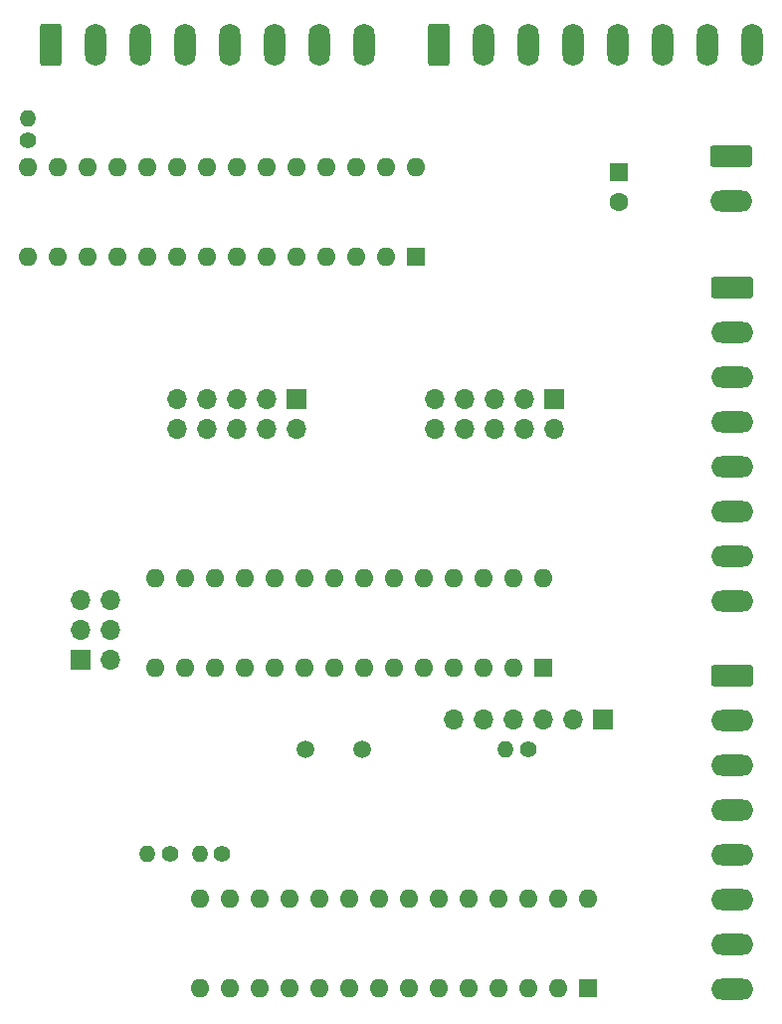
<source format=gts>
G04 #@! TF.GenerationSoftware,KiCad,Pcbnew,(6.0.0)*
G04 #@! TF.CreationDate,2022-11-09T00:29:18-05:00*
G04 #@! TF.ProjectId,arcade tester controller input,61726361-6465-4207-9465-737465722063,rev?*
G04 #@! TF.SameCoordinates,Original*
G04 #@! TF.FileFunction,Soldermask,Top*
G04 #@! TF.FilePolarity,Negative*
%FSLAX46Y46*%
G04 Gerber Fmt 4.6, Leading zero omitted, Abs format (unit mm)*
G04 Created by KiCad (PCBNEW (6.0.0)) date 2022-11-09 00:29:18*
%MOMM*%
%LPD*%
G01*
G04 APERTURE LIST*
G04 Aperture macros list*
%AMRoundRect*
0 Rectangle with rounded corners*
0 $1 Rounding radius*
0 $2 $3 $4 $5 $6 $7 $8 $9 X,Y pos of 4 corners*
0 Add a 4 corners polygon primitive as box body*
4,1,4,$2,$3,$4,$5,$6,$7,$8,$9,$2,$3,0*
0 Add four circle primitives for the rounded corners*
1,1,$1+$1,$2,$3*
1,1,$1+$1,$4,$5*
1,1,$1+$1,$6,$7*
1,1,$1+$1,$8,$9*
0 Add four rect primitives between the rounded corners*
20,1,$1+$1,$2,$3,$4,$5,0*
20,1,$1+$1,$4,$5,$6,$7,0*
20,1,$1+$1,$6,$7,$8,$9,0*
20,1,$1+$1,$8,$9,$2,$3,0*%
G04 Aperture macros list end*
%ADD10R,1.600000X1.600000*%
%ADD11C,1.600000*%
%ADD12R,1.700000X1.700000*%
%ADD13O,1.700000X1.700000*%
%ADD14RoundRect,0.250000X-0.650000X-1.550000X0.650000X-1.550000X0.650000X1.550000X-0.650000X1.550000X0*%
%ADD15O,1.800000X3.600000*%
%ADD16RoundRect,0.250000X-1.550000X0.650000X-1.550000X-0.650000X1.550000X-0.650000X1.550000X0.650000X0*%
%ADD17O,3.600000X1.800000*%
%ADD18O,1.600000X1.600000*%
%ADD19C,1.500000*%
%ADD20C,1.400000*%
%ADD21O,1.400000X1.400000*%
G04 APERTURE END LIST*
D10*
X172212000Y-73470888D03*
D11*
X172212000Y-75970888D03*
D12*
X166660000Y-92710000D03*
D13*
X166660000Y-95250000D03*
X164120000Y-92710000D03*
X164120000Y-95250000D03*
X161580000Y-92710000D03*
X161580000Y-95250000D03*
X159040000Y-92710000D03*
X159040000Y-95250000D03*
X156500000Y-92710000D03*
X156500000Y-95250000D03*
D12*
X144780000Y-92710000D03*
D13*
X144780000Y-95250000D03*
X142240000Y-92710000D03*
X142240000Y-95250000D03*
X139700000Y-92710000D03*
X139700000Y-95250000D03*
X137160000Y-92710000D03*
X137160000Y-95250000D03*
X134620000Y-92710000D03*
X134620000Y-95250000D03*
D14*
X123880000Y-62622500D03*
D15*
X127690000Y-62622500D03*
X131500000Y-62622500D03*
X135310000Y-62622500D03*
X139120000Y-62622500D03*
X142930000Y-62622500D03*
X146740000Y-62622500D03*
X150550000Y-62622500D03*
D14*
X156900000Y-62622500D03*
D15*
X160710000Y-62622500D03*
X164520000Y-62622500D03*
X168330000Y-62622500D03*
X172140000Y-62622500D03*
X175950000Y-62622500D03*
X179760000Y-62622500D03*
X183570000Y-62622500D03*
D12*
X170815000Y-120015000D03*
D13*
X168275000Y-120015000D03*
X165735000Y-120015000D03*
X163195000Y-120015000D03*
X160655000Y-120015000D03*
X158115000Y-120015000D03*
D16*
X181852500Y-116260000D03*
D17*
X181852500Y-120070000D03*
X181852500Y-123880000D03*
X181852500Y-127690000D03*
X181852500Y-131500000D03*
X181852500Y-135310000D03*
X181852500Y-139120000D03*
X181852500Y-142930000D03*
D10*
X169535000Y-142865000D03*
D18*
X166995000Y-142865000D03*
X164455000Y-142865000D03*
X161915000Y-142865000D03*
X159375000Y-142865000D03*
X156835000Y-142865000D03*
X154295000Y-142865000D03*
X151755000Y-142865000D03*
X149215000Y-142865000D03*
X146675000Y-142865000D03*
X144135000Y-142865000D03*
X141595000Y-142865000D03*
X139055000Y-142865000D03*
X136515000Y-142865000D03*
X136515000Y-135245000D03*
X139055000Y-135245000D03*
X141595000Y-135245000D03*
X144135000Y-135245000D03*
X146675000Y-135245000D03*
X149215000Y-135245000D03*
X151755000Y-135245000D03*
X154295000Y-135245000D03*
X156835000Y-135245000D03*
X159375000Y-135245000D03*
X161915000Y-135245000D03*
X164455000Y-135245000D03*
X166995000Y-135245000D03*
X169535000Y-135245000D03*
D10*
X165725000Y-115560000D03*
D18*
X163185000Y-115560000D03*
X160645000Y-115560000D03*
X158105000Y-115560000D03*
X155565000Y-115560000D03*
X153025000Y-115560000D03*
X150485000Y-115560000D03*
X147945000Y-115560000D03*
X145405000Y-115560000D03*
X142865000Y-115560000D03*
X140325000Y-115560000D03*
X137785000Y-115560000D03*
X135245000Y-115560000D03*
X132705000Y-115560000D03*
X132705000Y-107940000D03*
X135245000Y-107940000D03*
X137785000Y-107940000D03*
X140325000Y-107940000D03*
X142865000Y-107940000D03*
X145405000Y-107940000D03*
X147945000Y-107940000D03*
X150485000Y-107940000D03*
X153025000Y-107940000D03*
X155565000Y-107940000D03*
X158105000Y-107940000D03*
X160645000Y-107940000D03*
X163185000Y-107940000D03*
X165725000Y-107940000D03*
D19*
X145505000Y-122555000D03*
X150385000Y-122555000D03*
D10*
X154930000Y-80635000D03*
D18*
X152390000Y-80635000D03*
X149850000Y-80635000D03*
X147310000Y-80635000D03*
X144770000Y-80635000D03*
X142230000Y-80635000D03*
X139690000Y-80635000D03*
X137150000Y-80635000D03*
X134610000Y-80635000D03*
X132070000Y-80635000D03*
X129530000Y-80635000D03*
X126990000Y-80635000D03*
X124450000Y-80635000D03*
X121910000Y-80635000D03*
X121910000Y-73015000D03*
X124450000Y-73015000D03*
X126990000Y-73015000D03*
X129530000Y-73015000D03*
X132070000Y-73015000D03*
X134610000Y-73015000D03*
X137150000Y-73015000D03*
X139690000Y-73015000D03*
X142230000Y-73015000D03*
X144770000Y-73015000D03*
X147310000Y-73015000D03*
X149850000Y-73015000D03*
X152390000Y-73015000D03*
X154930000Y-73015000D03*
D20*
X164465000Y-122555000D03*
D21*
X162565000Y-122555000D03*
D16*
X181852500Y-83240000D03*
D17*
X181852500Y-87050000D03*
X181852500Y-90860000D03*
X181852500Y-94670000D03*
X181852500Y-98480000D03*
X181852500Y-102290000D03*
X181852500Y-106100000D03*
X181852500Y-109910000D03*
D12*
X126360000Y-114920000D03*
D13*
X128900000Y-114920000D03*
X126360000Y-112380000D03*
X128900000Y-112380000D03*
X126360000Y-109840000D03*
X128900000Y-109840000D03*
D16*
X181725500Y-72064000D03*
D17*
X181725500Y-75874000D03*
D20*
X138430000Y-131445000D03*
D21*
X136530000Y-131445000D03*
D20*
X133985000Y-131445000D03*
D21*
X132085000Y-131445000D03*
D20*
X121920000Y-70755000D03*
D21*
X121920000Y-68855000D03*
M02*

</source>
